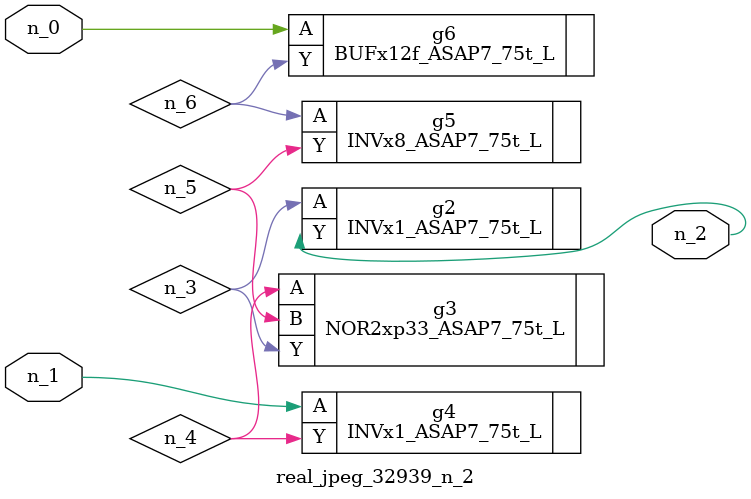
<source format=v>
module real_jpeg_32939_n_2 (n_1, n_0, n_2);

input n_1;
input n_0;

output n_2;

wire n_5;
wire n_4;
wire n_6;
wire n_3;

BUFx12f_ASAP7_75t_L g6 ( 
.A(n_0),
.Y(n_6)
);

INVx1_ASAP7_75t_L g4 ( 
.A(n_1),
.Y(n_4)
);

INVx1_ASAP7_75t_L g2 ( 
.A(n_3),
.Y(n_2)
);

NOR2xp33_ASAP7_75t_L g3 ( 
.A(n_4),
.B(n_5),
.Y(n_3)
);

INVx8_ASAP7_75t_L g5 ( 
.A(n_6),
.Y(n_5)
);


endmodule
</source>
